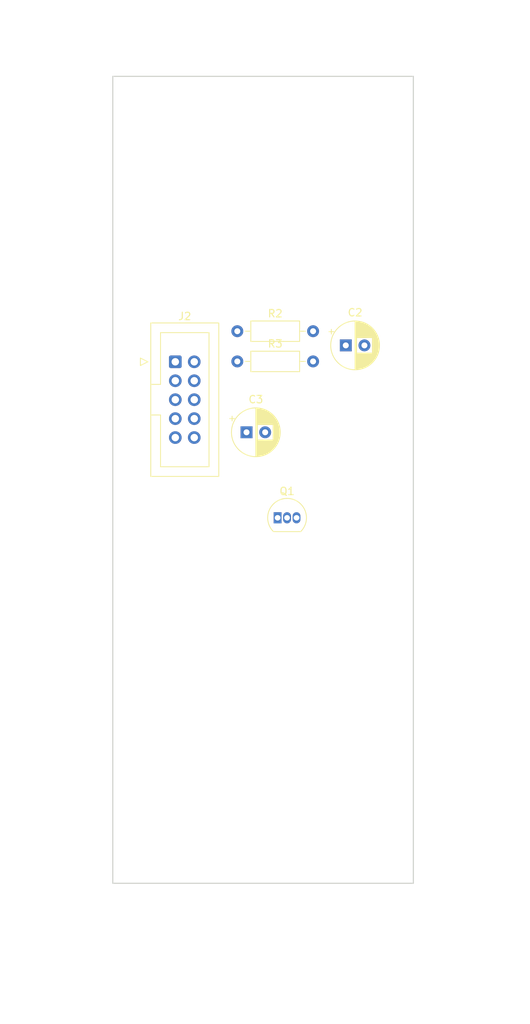
<source format=kicad_pcb>
(kicad_pcb (version 20171130) (host pcbnew 5.1.10)

  (general
    (thickness 1.6)
    (drawings 15)
    (tracks 0)
    (zones 0)
    (modules 10)
    (nets 10)
  )

  (page A4)
  (title_block
    (title "(title)")
    (comment 1 "PCB for panel")
    (comment 2 "(description)")
    (comment 4 "License CC BY 4.0 - Attribution 4.0 International")
  )

  (layers
    (0 F.Cu signal)
    (31 B.Cu signal)
    (32 B.Adhes user)
    (33 F.Adhes user)
    (34 B.Paste user)
    (35 F.Paste user)
    (36 B.SilkS user)
    (37 F.SilkS user)
    (38 B.Mask user)
    (39 F.Mask user)
    (40 Dwgs.User user)
    (41 Cmts.User user)
    (42 Eco1.User user)
    (43 Eco2.User user)
    (44 Edge.Cuts user)
    (45 Margin user)
    (46 B.CrtYd user)
    (47 F.CrtYd user)
    (48 B.Fab user)
    (49 F.Fab user)
  )

  (setup
    (last_trace_width 0.25)
    (user_trace_width 0.381)
    (user_trace_width 0.762)
    (trace_clearance 0.2)
    (zone_clearance 0.508)
    (zone_45_only no)
    (trace_min 0.2)
    (via_size 0.8)
    (via_drill 0.4)
    (via_min_size 0.4)
    (via_min_drill 0.3)
    (uvia_size 0.3)
    (uvia_drill 0.1)
    (uvias_allowed no)
    (uvia_min_size 0.2)
    (uvia_min_drill 0.1)
    (edge_width 0.05)
    (segment_width 0.2)
    (pcb_text_width 0.3)
    (pcb_text_size 1.5 1.5)
    (mod_edge_width 0.12)
    (mod_text_size 1 1)
    (mod_text_width 0.15)
    (pad_size 1.524 1.524)
    (pad_drill 0.762)
    (pad_to_mask_clearance 0)
    (aux_axis_origin 0 0)
    (visible_elements FFFFFF7F)
    (pcbplotparams
      (layerselection 0x010fc_ffffffff)
      (usegerberextensions false)
      (usegerberattributes true)
      (usegerberadvancedattributes true)
      (creategerberjobfile true)
      (excludeedgelayer true)
      (linewidth 0.100000)
      (plotframeref false)
      (viasonmask false)
      (mode 1)
      (useauxorigin false)
      (hpglpennumber 1)
      (hpglpenspeed 20)
      (hpglpendiameter 15.000000)
      (psnegative false)
      (psa4output false)
      (plotreference true)
      (plotvalue true)
      (plotinvisibletext false)
      (padsonsilk false)
      (subtractmaskfromsilk false)
      (outputformat 1)
      (mirror false)
      (drillshape 1)
      (scaleselection 1)
      (outputdirectory ""))
  )

  (net 0 "")
  (net 1 GND)
  (net 2 +15V)
  (net 3 -15V)
  (net 4 +5V)
  (net 5 VP)
  (net 6 VN)
  (net 7 "Net-(Q1-Pad1)")
  (net 8 "Net-(Q1-Pad3)")
  (net 9 "Net-(Q1-Pad2)")

  (net_class Default "This is the default net class."
    (clearance 0.2)
    (trace_width 0.25)
    (via_dia 0.8)
    (via_drill 0.4)
    (uvia_dia 0.3)
    (uvia_drill 0.1)
    (add_net +15V)
    (add_net +5V)
    (add_net -15V)
    (add_net GND)
    (add_net "Net-(Q1-Pad1)")
    (add_net "Net-(Q1-Pad2)")
    (add_net "Net-(Q1-Pad3)")
    (add_net VN)
    (add_net VP)
  )

  (module Package_TO_SOT_THT:TO-92_Inline (layer F.Cu) (tedit 5A1DD157) (tstamp 61596247)
    (at 72.898 109.982)
    (descr "TO-92 leads in-line, narrow, oval pads, drill 0.75mm (see NXP sot054_po.pdf)")
    (tags "to-92 sc-43 sc-43a sot54 PA33 transistor")
    (path /615DF0DA)
    (fp_text reference Q1 (at 1.27 -3.56) (layer F.SilkS)
      (effects (font (size 1 1) (thickness 0.15)))
    )
    (fp_text value 2N3906 (at 1.27 2.79) (layer F.Fab)
      (effects (font (size 1 1) (thickness 0.15)))
    )
    (fp_arc (start 1.27 0) (end 1.27 -2.6) (angle 135) (layer F.SilkS) (width 0.12))
    (fp_arc (start 1.27 0) (end 1.27 -2.48) (angle -135) (layer F.Fab) (width 0.1))
    (fp_arc (start 1.27 0) (end 1.27 -2.6) (angle -135) (layer F.SilkS) (width 0.12))
    (fp_arc (start 1.27 0) (end 1.27 -2.48) (angle 135) (layer F.Fab) (width 0.1))
    (fp_text user %R (at 1.27 0) (layer F.Fab)
      (effects (font (size 1 1) (thickness 0.15)))
    )
    (fp_line (start -0.53 1.85) (end 3.07 1.85) (layer F.SilkS) (width 0.12))
    (fp_line (start -0.5 1.75) (end 3 1.75) (layer F.Fab) (width 0.1))
    (fp_line (start -1.46 -2.73) (end 4 -2.73) (layer F.CrtYd) (width 0.05))
    (fp_line (start -1.46 -2.73) (end -1.46 2.01) (layer F.CrtYd) (width 0.05))
    (fp_line (start 4 2.01) (end 4 -2.73) (layer F.CrtYd) (width 0.05))
    (fp_line (start 4 2.01) (end -1.46 2.01) (layer F.CrtYd) (width 0.05))
    (pad 1 thru_hole rect (at 0 0) (size 1.05 1.5) (drill 0.75) (layers *.Cu *.Mask)
      (net 7 "Net-(Q1-Pad1)"))
    (pad 3 thru_hole oval (at 2.54 0) (size 1.05 1.5) (drill 0.75) (layers *.Cu *.Mask)
      (net 8 "Net-(Q1-Pad3)"))
    (pad 2 thru_hole oval (at 1.27 0) (size 1.05 1.5) (drill 0.75) (layers *.Cu *.Mask)
      (net 9 "Net-(Q1-Pad2)"))
    (model ${KISYS3DMOD}/Package_TO_SOT_THT.3dshapes/TO-92_Inline.wrl
      (at (xyz 0 0 0))
      (scale (xyz 1 1 1))
      (rotate (xyz 0 0 0))
    )
  )

  (module Resistor_THT:R_Axial_DIN0207_L6.3mm_D2.5mm_P10.16mm_Horizontal (layer F.Cu) (tedit 5AE5139B) (tstamp 61278ECC)
    (at 67.496759 89.018)
    (descr "Resistor, Axial_DIN0207 series, Axial, Horizontal, pin pitch=10.16mm, 0.25W = 1/4W, length*diameter=6.3*2.5mm^2, http://cdn-reichelt.de/documents/datenblatt/B400/1_4W%23YAG.pdf")
    (tags "Resistor Axial_DIN0207 series Axial Horizontal pin pitch 10.16mm 0.25W = 1/4W length 6.3mm diameter 2.5mm")
    (path /5FC69BB1)
    (fp_text reference R3 (at 5.08 -2.37) (layer F.SilkS)
      (effects (font (size 1 1) (thickness 0.15)))
    )
    (fp_text value 10 (at 5.08 2.37) (layer F.Fab)
      (effects (font (size 1 1) (thickness 0.15)))
    )
    (fp_line (start 11.21 -1.5) (end -1.05 -1.5) (layer F.CrtYd) (width 0.05))
    (fp_line (start 11.21 1.5) (end 11.21 -1.5) (layer F.CrtYd) (width 0.05))
    (fp_line (start -1.05 1.5) (end 11.21 1.5) (layer F.CrtYd) (width 0.05))
    (fp_line (start -1.05 -1.5) (end -1.05 1.5) (layer F.CrtYd) (width 0.05))
    (fp_line (start 9.12 0) (end 8.35 0) (layer F.SilkS) (width 0.12))
    (fp_line (start 1.04 0) (end 1.81 0) (layer F.SilkS) (width 0.12))
    (fp_line (start 8.35 -1.37) (end 1.81 -1.37) (layer F.SilkS) (width 0.12))
    (fp_line (start 8.35 1.37) (end 8.35 -1.37) (layer F.SilkS) (width 0.12))
    (fp_line (start 1.81 1.37) (end 8.35 1.37) (layer F.SilkS) (width 0.12))
    (fp_line (start 1.81 -1.37) (end 1.81 1.37) (layer F.SilkS) (width 0.12))
    (fp_line (start 10.16 0) (end 8.23 0) (layer F.Fab) (width 0.1))
    (fp_line (start 0 0) (end 1.93 0) (layer F.Fab) (width 0.1))
    (fp_line (start 8.23 -1.25) (end 1.93 -1.25) (layer F.Fab) (width 0.1))
    (fp_line (start 8.23 1.25) (end 8.23 -1.25) (layer F.Fab) (width 0.1))
    (fp_line (start 1.93 1.25) (end 8.23 1.25) (layer F.Fab) (width 0.1))
    (fp_line (start 1.93 -1.25) (end 1.93 1.25) (layer F.Fab) (width 0.1))
    (fp_text user %R (at 5.08 0) (layer F.Fab)
      (effects (font (size 1 1) (thickness 0.15)))
    )
    (pad 2 thru_hole oval (at 10.16 0) (size 1.6 1.6) (drill 0.8) (layers *.Cu *.Mask)
      (net 6 VN))
    (pad 1 thru_hole circle (at 0 0) (size 1.6 1.6) (drill 0.8) (layers *.Cu *.Mask)
      (net 3 -15V))
    (model ${KISYS3DMOD}/Resistor_THT.3dshapes/R_Axial_DIN0207_L6.3mm_D2.5mm_P10.16mm_Horizontal.wrl
      (at (xyz 0 0 0))
      (scale (xyz 1 1 1))
      (rotate (xyz 0 0 0))
    )
  )

  (module Resistor_THT:R_Axial_DIN0207_L6.3mm_D2.5mm_P10.16mm_Horizontal (layer F.Cu) (tedit 5AE5139B) (tstamp 61278EB5)
    (at 67.496759 84.968)
    (descr "Resistor, Axial_DIN0207 series, Axial, Horizontal, pin pitch=10.16mm, 0.25W = 1/4W, length*diameter=6.3*2.5mm^2, http://cdn-reichelt.de/documents/datenblatt/B400/1_4W%23YAG.pdf")
    (tags "Resistor Axial_DIN0207 series Axial Horizontal pin pitch 10.16mm 0.25W = 1/4W length 6.3mm diameter 2.5mm")
    (path /5FB443E6)
    (fp_text reference R2 (at 5.08 -2.37) (layer F.SilkS)
      (effects (font (size 1 1) (thickness 0.15)))
    )
    (fp_text value 10 (at 5.08 2.37) (layer F.Fab)
      (effects (font (size 1 1) (thickness 0.15)))
    )
    (fp_line (start 11.21 -1.5) (end -1.05 -1.5) (layer F.CrtYd) (width 0.05))
    (fp_line (start 11.21 1.5) (end 11.21 -1.5) (layer F.CrtYd) (width 0.05))
    (fp_line (start -1.05 1.5) (end 11.21 1.5) (layer F.CrtYd) (width 0.05))
    (fp_line (start -1.05 -1.5) (end -1.05 1.5) (layer F.CrtYd) (width 0.05))
    (fp_line (start 9.12 0) (end 8.35 0) (layer F.SilkS) (width 0.12))
    (fp_line (start 1.04 0) (end 1.81 0) (layer F.SilkS) (width 0.12))
    (fp_line (start 8.35 -1.37) (end 1.81 -1.37) (layer F.SilkS) (width 0.12))
    (fp_line (start 8.35 1.37) (end 8.35 -1.37) (layer F.SilkS) (width 0.12))
    (fp_line (start 1.81 1.37) (end 8.35 1.37) (layer F.SilkS) (width 0.12))
    (fp_line (start 1.81 -1.37) (end 1.81 1.37) (layer F.SilkS) (width 0.12))
    (fp_line (start 10.16 0) (end 8.23 0) (layer F.Fab) (width 0.1))
    (fp_line (start 0 0) (end 1.93 0) (layer F.Fab) (width 0.1))
    (fp_line (start 8.23 -1.25) (end 1.93 -1.25) (layer F.Fab) (width 0.1))
    (fp_line (start 8.23 1.25) (end 8.23 -1.25) (layer F.Fab) (width 0.1))
    (fp_line (start 1.93 1.25) (end 8.23 1.25) (layer F.Fab) (width 0.1))
    (fp_line (start 1.93 -1.25) (end 1.93 1.25) (layer F.Fab) (width 0.1))
    (fp_text user %R (at 5.08 0) (layer F.Fab)
      (effects (font (size 1 1) (thickness 0.15)))
    )
    (pad 2 thru_hole oval (at 10.16 0) (size 1.6 1.6) (drill 0.8) (layers *.Cu *.Mask)
      (net 5 VP))
    (pad 1 thru_hole circle (at 0 0) (size 1.6 1.6) (drill 0.8) (layers *.Cu *.Mask)
      (net 2 +15V))
    (model ${KISYS3DMOD}/Resistor_THT.3dshapes/R_Axial_DIN0207_L6.3mm_D2.5mm_P10.16mm_Horizontal.wrl
      (at (xyz 0 0 0))
      (scale (xyz 1 1 1))
      (rotate (xyz 0 0 0))
    )
  )

  (module Connector_IDC:IDC-Header_2x05_P2.54mm_Vertical (layer F.Cu) (tedit 5EAC9A07) (tstamp 61278E9E)
    (at 59.181759 89.068)
    (descr "Through hole IDC box header, 2x05, 2.54mm pitch, DIN 41651 / IEC 60603-13, double rows, https://docs.google.com/spreadsheets/d/16SsEcesNF15N3Lb4niX7dcUr-NY5_MFPQhobNuNppn4/edit#gid=0")
    (tags "Through hole vertical IDC box header THT 2x05 2.54mm double row")
    (path /5FCD165C)
    (fp_text reference J2 (at 1.27 -6.1) (layer F.SilkS)
      (effects (font (size 1 1) (thickness 0.15)))
    )
    (fp_text value "IDC Header" (at 1.27 16.26) (layer F.Fab)
      (effects (font (size 1 1) (thickness 0.15)))
    )
    (fp_line (start 6.22 -5.6) (end -3.68 -5.6) (layer F.CrtYd) (width 0.05))
    (fp_line (start 6.22 15.76) (end 6.22 -5.6) (layer F.CrtYd) (width 0.05))
    (fp_line (start -3.68 15.76) (end 6.22 15.76) (layer F.CrtYd) (width 0.05))
    (fp_line (start -3.68 -5.6) (end -3.68 15.76) (layer F.CrtYd) (width 0.05))
    (fp_line (start -4.68 0.5) (end -3.68 0) (layer F.SilkS) (width 0.12))
    (fp_line (start -4.68 -0.5) (end -4.68 0.5) (layer F.SilkS) (width 0.12))
    (fp_line (start -3.68 0) (end -4.68 -0.5) (layer F.SilkS) (width 0.12))
    (fp_line (start -1.98 7.13) (end -3.29 7.13) (layer F.SilkS) (width 0.12))
    (fp_line (start -1.98 7.13) (end -1.98 7.13) (layer F.SilkS) (width 0.12))
    (fp_line (start -1.98 14.07) (end -1.98 7.13) (layer F.SilkS) (width 0.12))
    (fp_line (start 4.52 14.07) (end -1.98 14.07) (layer F.SilkS) (width 0.12))
    (fp_line (start 4.52 -3.91) (end 4.52 14.07) (layer F.SilkS) (width 0.12))
    (fp_line (start -1.98 -3.91) (end 4.52 -3.91) (layer F.SilkS) (width 0.12))
    (fp_line (start -1.98 3.03) (end -1.98 -3.91) (layer F.SilkS) (width 0.12))
    (fp_line (start -3.29 3.03) (end -1.98 3.03) (layer F.SilkS) (width 0.12))
    (fp_line (start -3.29 15.37) (end -3.29 -5.21) (layer F.SilkS) (width 0.12))
    (fp_line (start 5.83 15.37) (end -3.29 15.37) (layer F.SilkS) (width 0.12))
    (fp_line (start 5.83 -5.21) (end 5.83 15.37) (layer F.SilkS) (width 0.12))
    (fp_line (start -3.29 -5.21) (end 5.83 -5.21) (layer F.SilkS) (width 0.12))
    (fp_line (start -1.98 7.13) (end -3.18 7.13) (layer F.Fab) (width 0.1))
    (fp_line (start -1.98 7.13) (end -1.98 7.13) (layer F.Fab) (width 0.1))
    (fp_line (start -1.98 14.07) (end -1.98 7.13) (layer F.Fab) (width 0.1))
    (fp_line (start 4.52 14.07) (end -1.98 14.07) (layer F.Fab) (width 0.1))
    (fp_line (start 4.52 -3.91) (end 4.52 14.07) (layer F.Fab) (width 0.1))
    (fp_line (start -1.98 -3.91) (end 4.52 -3.91) (layer F.Fab) (width 0.1))
    (fp_line (start -1.98 3.03) (end -1.98 -3.91) (layer F.Fab) (width 0.1))
    (fp_line (start -3.18 3.03) (end -1.98 3.03) (layer F.Fab) (width 0.1))
    (fp_line (start -3.18 15.26) (end -3.18 -4.1) (layer F.Fab) (width 0.1))
    (fp_line (start 5.72 15.26) (end -3.18 15.26) (layer F.Fab) (width 0.1))
    (fp_line (start 5.72 -5.1) (end 5.72 15.26) (layer F.Fab) (width 0.1))
    (fp_line (start -2.18 -5.1) (end 5.72 -5.1) (layer F.Fab) (width 0.1))
    (fp_line (start -3.18 -4.1) (end -2.18 -5.1) (layer F.Fab) (width 0.1))
    (fp_text user %R (at 1.27 5.08 90) (layer F.Fab)
      (effects (font (size 1 1) (thickness 0.15)))
    )
    (pad 10 thru_hole circle (at 2.54 10.16) (size 1.7 1.7) (drill 1) (layers *.Cu *.Mask)
      (net 4 +5V))
    (pad 8 thru_hole circle (at 2.54 7.62) (size 1.7 1.7) (drill 1) (layers *.Cu *.Mask)
      (net 1 GND))
    (pad 6 thru_hole circle (at 2.54 5.08) (size 1.7 1.7) (drill 1) (layers *.Cu *.Mask)
      (net 1 GND))
    (pad 4 thru_hole circle (at 2.54 2.54) (size 1.7 1.7) (drill 1) (layers *.Cu *.Mask)
      (net 5 VP))
    (pad 2 thru_hole circle (at 2.54 0) (size 1.7 1.7) (drill 1) (layers *.Cu *.Mask)
      (net 6 VN))
    (pad 9 thru_hole circle (at 0 10.16) (size 1.7 1.7) (drill 1) (layers *.Cu *.Mask)
      (net 4 +5V))
    (pad 7 thru_hole circle (at 0 7.62) (size 1.7 1.7) (drill 1) (layers *.Cu *.Mask)
      (net 1 GND))
    (pad 5 thru_hole circle (at 0 5.08) (size 1.7 1.7) (drill 1) (layers *.Cu *.Mask)
      (net 1 GND))
    (pad 3 thru_hole circle (at 0 2.54) (size 1.7 1.7) (drill 1) (layers *.Cu *.Mask)
      (net 5 VP))
    (pad 1 thru_hole roundrect (at 0 0) (size 1.7 1.7) (drill 1) (layers *.Cu *.Mask) (roundrect_rratio 0.147059)
      (net 6 VN))
    (model ${KISYS3DMOD}/Connector_IDC.3dshapes/IDC-Header_2x05_P2.54mm_Vertical.wrl
      (at (xyz 0 0 0))
      (scale (xyz 1 1 1))
      (rotate (xyz 0 0 0))
    )
  )

  (module Capacitor_THT:CP_Radial_D6.3mm_P2.50mm (layer F.Cu) (tedit 5AE50EF0) (tstamp 61278E18)
    (at 68.732 98.518)
    (descr "CP, Radial series, Radial, pin pitch=2.50mm, , diameter=6.3mm, Electrolytic Capacitor")
    (tags "CP Radial series Radial pin pitch 2.50mm  diameter 6.3mm Electrolytic Capacitor")
    (path /5E18070C)
    (fp_text reference C3 (at 1.25 -4.4) (layer F.SilkS)
      (effects (font (size 1 1) (thickness 0.15)))
    )
    (fp_text value 22u (at 1.25 4.4) (layer F.Fab)
      (effects (font (size 1 1) (thickness 0.15)))
    )
    (fp_line (start -1.935241 -2.154) (end -1.935241 -1.524) (layer F.SilkS) (width 0.12))
    (fp_line (start -2.250241 -1.839) (end -1.620241 -1.839) (layer F.SilkS) (width 0.12))
    (fp_line (start 4.491 -0.402) (end 4.491 0.402) (layer F.SilkS) (width 0.12))
    (fp_line (start 4.451 -0.633) (end 4.451 0.633) (layer F.SilkS) (width 0.12))
    (fp_line (start 4.411 -0.802) (end 4.411 0.802) (layer F.SilkS) (width 0.12))
    (fp_line (start 4.371 -0.94) (end 4.371 0.94) (layer F.SilkS) (width 0.12))
    (fp_line (start 4.331 -1.059) (end 4.331 1.059) (layer F.SilkS) (width 0.12))
    (fp_line (start 4.291 -1.165) (end 4.291 1.165) (layer F.SilkS) (width 0.12))
    (fp_line (start 4.251 -1.262) (end 4.251 1.262) (layer F.SilkS) (width 0.12))
    (fp_line (start 4.211 -1.35) (end 4.211 1.35) (layer F.SilkS) (width 0.12))
    (fp_line (start 4.171 -1.432) (end 4.171 1.432) (layer F.SilkS) (width 0.12))
    (fp_line (start 4.131 -1.509) (end 4.131 1.509) (layer F.SilkS) (width 0.12))
    (fp_line (start 4.091 -1.581) (end 4.091 1.581) (layer F.SilkS) (width 0.12))
    (fp_line (start 4.051 -1.65) (end 4.051 1.65) (layer F.SilkS) (width 0.12))
    (fp_line (start 4.011 -1.714) (end 4.011 1.714) (layer F.SilkS) (width 0.12))
    (fp_line (start 3.971 -1.776) (end 3.971 1.776) (layer F.SilkS) (width 0.12))
    (fp_line (start 3.931 -1.834) (end 3.931 1.834) (layer F.SilkS) (width 0.12))
    (fp_line (start 3.891 -1.89) (end 3.891 1.89) (layer F.SilkS) (width 0.12))
    (fp_line (start 3.851 -1.944) (end 3.851 1.944) (layer F.SilkS) (width 0.12))
    (fp_line (start 3.811 -1.995) (end 3.811 1.995) (layer F.SilkS) (width 0.12))
    (fp_line (start 3.771 -2.044) (end 3.771 2.044) (layer F.SilkS) (width 0.12))
    (fp_line (start 3.731 -2.092) (end 3.731 2.092) (layer F.SilkS) (width 0.12))
    (fp_line (start 3.691 -2.137) (end 3.691 2.137) (layer F.SilkS) (width 0.12))
    (fp_line (start 3.651 -2.182) (end 3.651 2.182) (layer F.SilkS) (width 0.12))
    (fp_line (start 3.611 -2.224) (end 3.611 2.224) (layer F.SilkS) (width 0.12))
    (fp_line (start 3.571 -2.265) (end 3.571 2.265) (layer F.SilkS) (width 0.12))
    (fp_line (start 3.531 1.04) (end 3.531 2.305) (layer F.SilkS) (width 0.12))
    (fp_line (start 3.531 -2.305) (end 3.531 -1.04) (layer F.SilkS) (width 0.12))
    (fp_line (start 3.491 1.04) (end 3.491 2.343) (layer F.SilkS) (width 0.12))
    (fp_line (start 3.491 -2.343) (end 3.491 -1.04) (layer F.SilkS) (width 0.12))
    (fp_line (start 3.451 1.04) (end 3.451 2.38) (layer F.SilkS) (width 0.12))
    (fp_line (start 3.451 -2.38) (end 3.451 -1.04) (layer F.SilkS) (width 0.12))
    (fp_line (start 3.411 1.04) (end 3.411 2.416) (layer F.SilkS) (width 0.12))
    (fp_line (start 3.411 -2.416) (end 3.411 -1.04) (layer F.SilkS) (width 0.12))
    (fp_line (start 3.371 1.04) (end 3.371 2.45) (layer F.SilkS) (width 0.12))
    (fp_line (start 3.371 -2.45) (end 3.371 -1.04) (layer F.SilkS) (width 0.12))
    (fp_line (start 3.331 1.04) (end 3.331 2.484) (layer F.SilkS) (width 0.12))
    (fp_line (start 3.331 -2.484) (end 3.331 -1.04) (layer F.SilkS) (width 0.12))
    (fp_line (start 3.291 1.04) (end 3.291 2.516) (layer F.SilkS) (width 0.12))
    (fp_line (start 3.291 -2.516) (end 3.291 -1.04) (layer F.SilkS) (width 0.12))
    (fp_line (start 3.251 1.04) (end 3.251 2.548) (layer F.SilkS) (width 0.12))
    (fp_line (start 3.251 -2.548) (end 3.251 -1.04) (layer F.SilkS) (width 0.12))
    (fp_line (start 3.211 1.04) (end 3.211 2.578) (layer F.SilkS) (width 0.12))
    (fp_line (start 3.211 -2.578) (end 3.211 -1.04) (layer F.SilkS) (width 0.12))
    (fp_line (start 3.171 1.04) (end 3.171 2.607) (layer F.SilkS) (width 0.12))
    (fp_line (start 3.171 -2.607) (end 3.171 -1.04) (layer F.SilkS) (width 0.12))
    (fp_line (start 3.131 1.04) (end 3.131 2.636) (layer F.SilkS) (width 0.12))
    (fp_line (start 3.131 -2.636) (end 3.131 -1.04) (layer F.SilkS) (width 0.12))
    (fp_line (start 3.091 1.04) (end 3.091 2.664) (layer F.SilkS) (width 0.12))
    (fp_line (start 3.091 -2.664) (end 3.091 -1.04) (layer F.SilkS) (width 0.12))
    (fp_line (start 3.051 1.04) (end 3.051 2.69) (layer F.SilkS) (width 0.12))
    (fp_line (start 3.051 -2.69) (end 3.051 -1.04) (layer F.SilkS) (width 0.12))
    (fp_line (start 3.011 1.04) (end 3.011 2.716) (layer F.SilkS) (width 0.12))
    (fp_line (start 3.011 -2.716) (end 3.011 -1.04) (layer F.SilkS) (width 0.12))
    (fp_line (start 2.971 1.04) (end 2.971 2.742) (layer F.SilkS) (width 0.12))
    (fp_line (start 2.971 -2.742) (end 2.971 -1.04) (layer F.SilkS) (width 0.12))
    (fp_line (start 2.931 1.04) (end 2.931 2.766) (layer F.SilkS) (width 0.12))
    (fp_line (start 2.931 -2.766) (end 2.931 -1.04) (layer F.SilkS) (width 0.12))
    (fp_line (start 2.891 1.04) (end 2.891 2.79) (layer F.SilkS) (width 0.12))
    (fp_line (start 2.891 -2.79) (end 2.891 -1.04) (layer F.SilkS) (width 0.12))
    (fp_line (start 2.851 1.04) (end 2.851 2.812) (layer F.SilkS) (width 0.12))
    (fp_line (start 2.851 -2.812) (end 2.851 -1.04) (layer F.SilkS) (width 0.12))
    (fp_line (start 2.811 1.04) (end 2.811 2.834) (layer F.SilkS) (width 0.12))
    (fp_line (start 2.811 -2.834) (end 2.811 -1.04) (layer F.SilkS) (width 0.12))
    (fp_line (start 2.771 1.04) (end 2.771 2.856) (layer F.SilkS) (width 0.12))
    (fp_line (start 2.771 -2.856) (end 2.771 -1.04) (layer F.SilkS) (width 0.12))
    (fp_line (start 2.731 1.04) (end 2.731 2.876) (layer F.SilkS) (width 0.12))
    (fp_line (start 2.731 -2.876) (end 2.731 -1.04) (layer F.SilkS) (width 0.12))
    (fp_line (start 2.691 1.04) (end 2.691 2.896) (layer F.SilkS) (width 0.12))
    (fp_line (start 2.691 -2.896) (end 2.691 -1.04) (layer F.SilkS) (width 0.12))
    (fp_line (start 2.651 1.04) (end 2.651 2.916) (layer F.SilkS) (width 0.12))
    (fp_line (start 2.651 -2.916) (end 2.651 -1.04) (layer F.SilkS) (width 0.12))
    (fp_line (start 2.611 1.04) (end 2.611 2.934) (layer F.SilkS) (width 0.12))
    (fp_line (start 2.611 -2.934) (end 2.611 -1.04) (layer F.SilkS) (width 0.12))
    (fp_line (start 2.571 1.04) (end 2.571 2.952) (layer F.SilkS) (width 0.12))
    (fp_line (start 2.571 -2.952) (end 2.571 -1.04) (layer F.SilkS) (width 0.12))
    (fp_line (start 2.531 1.04) (end 2.531 2.97) (layer F.SilkS) (width 0.12))
    (fp_line (start 2.531 -2.97) (end 2.531 -1.04) (layer F.SilkS) (width 0.12))
    (fp_line (start 2.491 1.04) (end 2.491 2.986) (layer F.SilkS) (width 0.12))
    (fp_line (start 2.491 -2.986) (end 2.491 -1.04) (layer F.SilkS) (width 0.12))
    (fp_line (start 2.451 1.04) (end 2.451 3.002) (layer F.SilkS) (width 0.12))
    (fp_line (start 2.451 -3.002) (end 2.451 -1.04) (layer F.SilkS) (width 0.12))
    (fp_line (start 2.411 1.04) (end 2.411 3.018) (layer F.SilkS) (width 0.12))
    (fp_line (start 2.411 -3.018) (end 2.411 -1.04) (layer F.SilkS) (width 0.12))
    (fp_line (start 2.371 1.04) (end 2.371 3.033) (layer F.SilkS) (width 0.12))
    (fp_line (start 2.371 -3.033) (end 2.371 -1.04) (layer F.SilkS) (width 0.12))
    (fp_line (start 2.331 1.04) (end 2.331 3.047) (layer F.SilkS) (width 0.12))
    (fp_line (start 2.331 -3.047) (end 2.331 -1.04) (layer F.SilkS) (width 0.12))
    (fp_line (start 2.291 1.04) (end 2.291 3.061) (layer F.SilkS) (width 0.12))
    (fp_line (start 2.291 -3.061) (end 2.291 -1.04) (layer F.SilkS) (width 0.12))
    (fp_line (start 2.251 1.04) (end 2.251 3.074) (layer F.SilkS) (width 0.12))
    (fp_line (start 2.251 -3.074) (end 2.251 -1.04) (layer F.SilkS) (width 0.12))
    (fp_line (start 2.211 1.04) (end 2.211 3.086) (layer F.SilkS) (width 0.12))
    (fp_line (start 2.211 -3.086) (end 2.211 -1.04) (layer F.SilkS) (width 0.12))
    (fp_line (start 2.171 1.04) (end 2.171 3.098) (layer F.SilkS) (width 0.12))
    (fp_line (start 2.171 -3.098) (end 2.171 -1.04) (layer F.SilkS) (width 0.12))
    (fp_line (start 2.131 1.04) (end 2.131 3.11) (layer F.SilkS) (width 0.12))
    (fp_line (start 2.131 -3.11) (end 2.131 -1.04) (layer F.SilkS) (width 0.12))
    (fp_line (start 2.091 1.04) (end 2.091 3.121) (layer F.SilkS) (width 0.12))
    (fp_line (start 2.091 -3.121) (end 2.091 -1.04) (layer F.SilkS) (width 0.12))
    (fp_line (start 2.051 1.04) (end 2.051 3.131) (layer F.SilkS) (width 0.12))
    (fp_line (start 2.051 -3.131) (end 2.051 -1.04) (layer F.SilkS) (width 0.12))
    (fp_line (start 2.011 1.04) (end 2.011 3.141) (layer F.SilkS) (width 0.12))
    (fp_line (start 2.011 -3.141) (end 2.011 -1.04) (layer F.SilkS) (width 0.12))
    (fp_line (start 1.971 1.04) (end 1.971 3.15) (layer F.SilkS) (width 0.12))
    (fp_line (start 1.971 -3.15) (end 1.971 -1.04) (layer F.SilkS) (width 0.12))
    (fp_line (start 1.93 1.04) (end 1.93 3.159) (layer F.SilkS) (width 0.12))
    (fp_line (start 1.93 -3.159) (end 1.93 -1.04) (layer F.SilkS) (width 0.12))
    (fp_line (start 1.89 1.04) (end 1.89 3.167) (layer F.SilkS) (width 0.12))
    (fp_line (start 1.89 -3.167) (end 1.89 -1.04) (layer F.SilkS) (width 0.12))
    (fp_line (start 1.85 1.04) (end 1.85 3.175) (layer F.SilkS) (width 0.12))
    (fp_line (start 1.85 -3.175) (end 1.85 -1.04) (layer F.SilkS) (width 0.12))
    (fp_line (start 1.81 1.04) (end 1.81 3.182) (layer F.SilkS) (width 0.12))
    (fp_line (start 1.81 -3.182) (end 1.81 -1.04) (layer F.SilkS) (width 0.12))
    (fp_line (start 1.77 1.04) (end 1.77 3.189) (layer F.SilkS) (width 0.12))
    (fp_line (start 1.77 -3.189) (end 1.77 -1.04) (layer F.SilkS) (width 0.12))
    (fp_line (start 1.73 1.04) (end 1.73 3.195) (layer F.SilkS) (width 0.12))
    (fp_line (start 1.73 -3.195) (end 1.73 -1.04) (layer F.SilkS) (width 0.12))
    (fp_line (start 1.69 1.04) (end 1.69 3.201) (layer F.SilkS) (width 0.12))
    (fp_line (start 1.69 -3.201) (end 1.69 -1.04) (layer F.SilkS) (width 0.12))
    (fp_line (start 1.65 1.04) (end 1.65 3.206) (layer F.SilkS) (width 0.12))
    (fp_line (start 1.65 -3.206) (end 1.65 -1.04) (layer F.SilkS) (width 0.12))
    (fp_line (start 1.61 1.04) (end 1.61 3.211) (layer F.SilkS) (width 0.12))
    (fp_line (start 1.61 -3.211) (end 1.61 -1.04) (layer F.SilkS) (width 0.12))
    (fp_line (start 1.57 1.04) (end 1.57 3.215) (layer F.SilkS) (width 0.12))
    (fp_line (start 1.57 -3.215) (end 1.57 -1.04) (layer F.SilkS) (width 0.12))
    (fp_line (start 1.53 1.04) (end 1.53 3.218) (layer F.SilkS) (width 0.12))
    (fp_line (start 1.53 -3.218) (end 1.53 -1.04) (layer F.SilkS) (width 0.12))
    (fp_line (start 1.49 1.04) (end 1.49 3.222) (layer F.SilkS) (width 0.12))
    (fp_line (start 1.49 -3.222) (end 1.49 -1.04) (layer F.SilkS) (width 0.12))
    (fp_line (start 1.45 -3.224) (end 1.45 3.224) (layer F.SilkS) (width 0.12))
    (fp_line (start 1.41 -3.227) (end 1.41 3.227) (layer F.SilkS) (width 0.12))
    (fp_line (start 1.37 -3.228) (end 1.37 3.228) (layer F.SilkS) (width 0.12))
    (fp_line (start 1.33 -3.23) (end 1.33 3.23) (layer F.SilkS) (width 0.12))
    (fp_line (start 1.29 -3.23) (end 1.29 3.23) (layer F.SilkS) (width 0.12))
    (fp_line (start 1.25 -3.23) (end 1.25 3.23) (layer F.SilkS) (width 0.12))
    (fp_line (start -1.128972 -1.6885) (end -1.128972 -1.0585) (layer F.Fab) (width 0.1))
    (fp_line (start -1.443972 -1.3735) (end -0.813972 -1.3735) (layer F.Fab) (width 0.1))
    (fp_circle (center 1.25 0) (end 4.65 0) (layer F.CrtYd) (width 0.05))
    (fp_circle (center 1.25 0) (end 4.52 0) (layer F.SilkS) (width 0.12))
    (fp_circle (center 1.25 0) (end 4.4 0) (layer F.Fab) (width 0.1))
    (fp_text user %R (at 1.25 0) (layer F.Fab)
      (effects (font (size 1 1) (thickness 0.15)))
    )
    (pad 2 thru_hole circle (at 2.5 0) (size 1.6 1.6) (drill 0.8) (layers *.Cu *.Mask)
      (net 3 -15V))
    (pad 1 thru_hole rect (at 0 0) (size 1.6 1.6) (drill 0.8) (layers *.Cu *.Mask)
      (net 1 GND))
    (model ${KISYS3DMOD}/Capacitor_THT.3dshapes/CP_Radial_D6.3mm_P2.50mm.wrl
      (at (xyz 0 0 0))
      (scale (xyz 1 1 1))
      (rotate (xyz 0 0 0))
    )
  )

  (module Capacitor_THT:CP_Radial_D6.3mm_P2.50mm (layer F.Cu) (tedit 5AE50EF0) (tstamp 61278D84)
    (at 82.042 86.868)
    (descr "CP, Radial series, Radial, pin pitch=2.50mm, , diameter=6.3mm, Electrolytic Capacitor")
    (tags "CP Radial series Radial pin pitch 2.50mm  diameter 6.3mm Electrolytic Capacitor")
    (path /5E180738)
    (fp_text reference C2 (at 1.25 -4.4) (layer F.SilkS)
      (effects (font (size 1 1) (thickness 0.15)))
    )
    (fp_text value 22u (at 1.25 4.4) (layer F.Fab)
      (effects (font (size 1 1) (thickness 0.15)))
    )
    (fp_line (start -1.935241 -2.154) (end -1.935241 -1.524) (layer F.SilkS) (width 0.12))
    (fp_line (start -2.250241 -1.839) (end -1.620241 -1.839) (layer F.SilkS) (width 0.12))
    (fp_line (start 4.491 -0.402) (end 4.491 0.402) (layer F.SilkS) (width 0.12))
    (fp_line (start 4.451 -0.633) (end 4.451 0.633) (layer F.SilkS) (width 0.12))
    (fp_line (start 4.411 -0.802) (end 4.411 0.802) (layer F.SilkS) (width 0.12))
    (fp_line (start 4.371 -0.94) (end 4.371 0.94) (layer F.SilkS) (width 0.12))
    (fp_line (start 4.331 -1.059) (end 4.331 1.059) (layer F.SilkS) (width 0.12))
    (fp_line (start 4.291 -1.165) (end 4.291 1.165) (layer F.SilkS) (width 0.12))
    (fp_line (start 4.251 -1.262) (end 4.251 1.262) (layer F.SilkS) (width 0.12))
    (fp_line (start 4.211 -1.35) (end 4.211 1.35) (layer F.SilkS) (width 0.12))
    (fp_line (start 4.171 -1.432) (end 4.171 1.432) (layer F.SilkS) (width 0.12))
    (fp_line (start 4.131 -1.509) (end 4.131 1.509) (layer F.SilkS) (width 0.12))
    (fp_line (start 4.091 -1.581) (end 4.091 1.581) (layer F.SilkS) (width 0.12))
    (fp_line (start 4.051 -1.65) (end 4.051 1.65) (layer F.SilkS) (width 0.12))
    (fp_line (start 4.011 -1.714) (end 4.011 1.714) (layer F.SilkS) (width 0.12))
    (fp_line (start 3.971 -1.776) (end 3.971 1.776) (layer F.SilkS) (width 0.12))
    (fp_line (start 3.931 -1.834) (end 3.931 1.834) (layer F.SilkS) (width 0.12))
    (fp_line (start 3.891 -1.89) (end 3.891 1.89) (layer F.SilkS) (width 0.12))
    (fp_line (start 3.851 -1.944) (end 3.851 1.944) (layer F.SilkS) (width 0.12))
    (fp_line (start 3.811 -1.995) (end 3.811 1.995) (layer F.SilkS) (width 0.12))
    (fp_line (start 3.771 -2.044) (end 3.771 2.044) (layer F.SilkS) (width 0.12))
    (fp_line (start 3.731 -2.092) (end 3.731 2.092) (layer F.SilkS) (width 0.12))
    (fp_line (start 3.691 -2.137) (end 3.691 2.137) (layer F.SilkS) (width 0.12))
    (fp_line (start 3.651 -2.182) (end 3.651 2.182) (layer F.SilkS) (width 0.12))
    (fp_line (start 3.611 -2.224) (end 3.611 2.224) (layer F.SilkS) (width 0.12))
    (fp_line (start 3.571 -2.265) (end 3.571 2.265) (layer F.SilkS) (width 0.12))
    (fp_line (start 3.531 1.04) (end 3.531 2.305) (layer F.SilkS) (width 0.12))
    (fp_line (start 3.531 -2.305) (end 3.531 -1.04) (layer F.SilkS) (width 0.12))
    (fp_line (start 3.491 1.04) (end 3.491 2.343) (layer F.SilkS) (width 0.12))
    (fp_line (start 3.491 -2.343) (end 3.491 -1.04) (layer F.SilkS) (width 0.12))
    (fp_line (start 3.451 1.04) (end 3.451 2.38) (layer F.SilkS) (width 0.12))
    (fp_line (start 3.451 -2.38) (end 3.451 -1.04) (layer F.SilkS) (width 0.12))
    (fp_line (start 3.411 1.04) (end 3.411 2.416) (layer F.SilkS) (width 0.12))
    (fp_line (start 3.411 -2.416) (end 3.411 -1.04) (layer F.SilkS) (width 0.12))
    (fp_line (start 3.371 1.04) (end 3.371 2.45) (layer F.SilkS) (width 0.12))
    (fp_line (start 3.371 -2.45) (end 3.371 -1.04) (layer F.SilkS) (width 0.12))
    (fp_line (start 3.331 1.04) (end 3.331 2.484) (layer F.SilkS) (width 0.12))
    (fp_line (start 3.331 -2.484) (end 3.331 -1.04) (layer F.SilkS) (width 0.12))
    (fp_line (start 3.291 1.04) (end 3.291 2.516) (layer F.SilkS) (width 0.12))
    (fp_line (start 3.291 -2.516) (end 3.291 -1.04) (layer F.SilkS) (width 0.12))
    (fp_line (start 3.251 1.04) (end 3.251 2.548) (layer F.SilkS) (width 0.12))
    (fp_line (start 3.251 -2.548) (end 3.251 -1.04) (layer F.SilkS) (width 0.12))
    (fp_line (start 3.211 1.04) (end 3.211 2.578) (layer F.SilkS) (width 0.12))
    (fp_line (start 3.211 -2.578) (end 3.211 -1.04) (layer F.SilkS) (width 0.12))
    (fp_line (start 3.171 1.04) (end 3.171 2.607) (layer F.SilkS) (width 0.12))
    (fp_line (start 3.171 -2.607) (end 3.171 -1.04) (layer F.SilkS) (width 0.12))
    (fp_line (start 3.131 1.04) (end 3.131 2.636) (layer F.SilkS) (width 0.12))
    (fp_line (start 3.131 -2.636) (end 3.131 -1.04) (layer F.SilkS) (width 0.12))
    (fp_line (start 3.091 1.04) (end 3.091 2.664) (layer F.SilkS) (width 0.12))
    (fp_line (start 3.091 -2.664) (end 3.091 -1.04) (layer F.SilkS) (width 0.12))
    (fp_line (start 3.051 1.04) (end 3.051 2.69) (layer F.SilkS) (width 0.12))
    (fp_line (start 3.051 -2.69) (end 3.051 -1.04) (layer F.SilkS) (width 0.12))
    (fp_line (start 3.011 1.04) (end 3.011 2.716) (layer F.SilkS) (width 0.12))
    (fp_line (start 3.011 -2.716) (end 3.011 -1.04) (layer F.SilkS) (width 0.12))
    (fp_line (start 2.971 1.04) (end 2.971 2.742) (layer F.SilkS) (width 0.12))
    (fp_line (start 2.971 -2.742) (end 2.971 -1.04) (layer F.SilkS) (width 0.12))
    (fp_line (start 2.931 1.04) (end 2.931 2.766) (layer F.SilkS) (width 0.12))
    (fp_line (start 2.931 -2.766) (end 2.931 -1.04) (layer F.SilkS) (width 0.12))
    (fp_line (start 2.891 1.04) (end 2.891 2.79) (layer F.SilkS) (width 0.12))
    (fp_line (start 2.891 -2.79) (end 2.891 -1.04) (layer F.SilkS) (width 0.12))
    (fp_line (start 2.851 1.04) (end 2.851 2.812) (layer F.SilkS) (width 0.12))
    (fp_line (start 2.851 -2.812) (end 2.851 -1.04) (layer F.SilkS) (width 0.12))
    (fp_line (start 2.811 1.04) (end 2.811 2.834) (layer F.SilkS) (width 0.12))
    (fp_line (start 2.811 -2.834) (end 2.811 -1.04) (layer F.SilkS) (width 0.12))
    (fp_line (start 2.771 1.04) (end 2.771 2.856) (layer F.SilkS) (width 0.12))
    (fp_line (start 2.771 -2.856) (end 2.771 -1.04) (layer F.SilkS) (width 0.12))
    (fp_line (start 2.731 1.04) (end 2.731 2.876) (layer F.SilkS) (width 0.12))
    (fp_line (start 2.731 -2.876) (end 2.731 -1.04) (layer F.SilkS) (width 0.12))
    (fp_line (start 2.691 1.04) (end 2.691 2.896) (layer F.SilkS) (width 0.12))
    (fp_line (start 2.691 -2.896) (end 2.691 -1.04) (layer F.SilkS) (width 0.12))
    (fp_line (start 2.651 1.04) (end 2.651 2.916) (layer F.SilkS) (width 0.12))
    (fp_line (start 2.651 -2.916) (end 2.651 -1.04) (layer F.SilkS) (width 0.12))
    (fp_line (start 2.611 1.04) (end 2.611 2.934) (layer F.SilkS) (width 0.12))
    (fp_line (start 2.611 -2.934) (end 2.611 -1.04) (layer F.SilkS) (width 0.12))
    (fp_line (start 2.571 1.04) (end 2.571 2.952) (layer F.SilkS) (width 0.12))
    (fp_line (start 2.571 -2.952) (end 2.571 -1.04) (layer F.SilkS) (width 0.12))
    (fp_line (start 2.531 1.04) (end 2.531 2.97) (layer F.SilkS) (width 0.12))
    (fp_line (start 2.531 -2.97) (end 2.531 -1.04) (layer F.SilkS) (width 0.12))
    (fp_line (start 2.491 1.04) (end 2.491 2.986) (layer F.SilkS) (width 0.12))
    (fp_line (start 2.491 -2.986) (end 2.491 -1.04) (layer F.SilkS) (width 0.12))
    (fp_line (start 2.451 1.04) (end 2.451 3.002) (layer F.SilkS) (width 0.12))
    (fp_line (start 2.451 -3.002) (end 2.451 -1.04) (layer F.SilkS) (width 0.12))
    (fp_line (start 2.411 1.04) (end 2.411 3.018) (layer F.SilkS) (width 0.12))
    (fp_line (start 2.411 -3.018) (end 2.411 -1.04) (layer F.SilkS) (width 0.12))
    (fp_line (start 2.371 1.04) (end 2.371 3.033) (layer F.SilkS) (width 0.12))
    (fp_line (start 2.371 -3.033) (end 2.371 -1.04) (layer F.SilkS) (width 0.12))
    (fp_line (start 2.331 1.04) (end 2.331 3.047) (layer F.SilkS) (width 0.12))
    (fp_line (start 2.331 -3.047) (end 2.331 -1.04) (layer F.SilkS) (width 0.12))
    (fp_line (start 2.291 1.04) (end 2.291 3.061) (layer F.SilkS) (width 0.12))
    (fp_line (start 2.291 -3.061) (end 2.291 -1.04) (layer F.SilkS) (width 0.12))
    (fp_line (start 2.251 1.04) (end 2.251 3.074) (layer F.SilkS) (width 0.12))
    (fp_line (start 2.251 -3.074) (end 2.251 -1.04) (layer F.SilkS) (width 0.12))
    (fp_line (start 2.211 1.04) (end 2.211 3.086) (layer F.SilkS) (width 0.12))
    (fp_line (start 2.211 -3.086) (end 2.211 -1.04) (layer F.SilkS) (width 0.12))
    (fp_line (start 2.171 1.04) (end 2.171 3.098) (layer F.SilkS) (width 0.12))
    (fp_line (start 2.171 -3.098) (end 2.171 -1.04) (layer F.SilkS) (width 0.12))
    (fp_line (start 2.131 1.04) (end 2.131 3.11) (layer F.SilkS) (width 0.12))
    (fp_line (start 2.131 -3.11) (end 2.131 -1.04) (layer F.SilkS) (width 0.12))
    (fp_line (start 2.091 1.04) (end 2.091 3.121) (layer F.SilkS) (width 0.12))
    (fp_line (start 2.091 -3.121) (end 2.091 -1.04) (layer F.SilkS) (width 0.12))
    (fp_line (start 2.051 1.04) (end 2.051 3.131) (layer F.SilkS) (width 0.12))
    (fp_line (start 2.051 -3.131) (end 2.051 -1.04) (layer F.SilkS) (width 0.12))
    (fp_line (start 2.011 1.04) (end 2.011 3.141) (layer F.SilkS) (width 0.12))
    (fp_line (start 2.011 -3.141) (end 2.011 -1.04) (layer F.SilkS) (width 0.12))
    (fp_line (start 1.971 1.04) (end 1.971 3.15) (layer F.SilkS) (width 0.12))
    (fp_line (start 1.971 -3.15) (end 1.971 -1.04) (layer F.SilkS) (width 0.12))
    (fp_line (start 1.93 1.04) (end 1.93 3.159) (layer F.SilkS) (width 0.12))
    (fp_line (start 1.93 -3.159) (end 1.93 -1.04) (layer F.SilkS) (width 0.12))
    (fp_line (start 1.89 1.04) (end 1.89 3.167) (layer F.SilkS) (width 0.12))
    (fp_line (start 1.89 -3.167) (end 1.89 -1.04) (layer F.SilkS) (width 0.12))
    (fp_line (start 1.85 1.04) (end 1.85 3.175) (layer F.SilkS) (width 0.12))
    (fp_line (start 1.85 -3.175) (end 1.85 -1.04) (layer F.SilkS) (width 0.12))
    (fp_line (start 1.81 1.04) (end 1.81 3.182) (layer F.SilkS) (width 0.12))
    (fp_line (start 1.81 -3.182) (end 1.81 -1.04) (layer F.SilkS) (width 0.12))
    (fp_line (start 1.77 1.04) (end 1.77 3.189) (layer F.SilkS) (width 0.12))
    (fp_line (start 1.77 -3.189) (end 1.77 -1.04) (layer F.SilkS) (width 0.12))
    (fp_line (start 1.73 1.04) (end 1.73 3.195) (layer F.SilkS) (width 0.12))
    (fp_line (start 1.73 -3.195) (end 1.73 -1.04) (layer F.SilkS) (width 0.12))
    (fp_line (start 1.69 1.04) (end 1.69 3.201) (layer F.SilkS) (width 0.12))
    (fp_line (start 1.69 -3.201) (end 1.69 -1.04) (layer F.SilkS) (width 0.12))
    (fp_line (start 1.65 1.04) (end 1.65 3.206) (layer F.SilkS) (width 0.12))
    (fp_line (start 1.65 -3.206) (end 1.65 -1.04) (layer F.SilkS) (width 0.12))
    (fp_line (start 1.61 1.04) (end 1.61 3.211) (layer F.SilkS) (width 0.12))
    (fp_line (start 1.61 -3.211) (end 1.61 -1.04) (layer F.SilkS) (width 0.12))
    (fp_line (start 1.57 1.04) (end 1.57 3.215) (layer F.SilkS) (width 0.12))
    (fp_line (start 1.57 -3.215) (end 1.57 -1.04) (layer F.SilkS) (width 0.12))
    (fp_line (start 1.53 1.04) (end 1.53 3.218) (layer F.SilkS) (width 0.12))
    (fp_line (start 1.53 -3.218) (end 1.53 -1.04) (layer F.SilkS) (width 0.12))
    (fp_line (start 1.49 1.04) (end 1.49 3.222) (layer F.SilkS) (width 0.12))
    (fp_line (start 1.49 -3.222) (end 1.49 -1.04) (layer F.SilkS) (width 0.12))
    (fp_line (start 1.45 -3.224) (end 1.45 3.224) (layer F.SilkS) (width 0.12))
    (fp_line (start 1.41 -3.227) (end 1.41 3.227) (layer F.SilkS) (width 0.12))
    (fp_line (start 1.37 -3.228) (end 1.37 3.228) (layer F.SilkS) (width 0.12))
    (fp_line (start 1.33 -3.23) (end 1.33 3.23) (layer F.SilkS) (width 0.12))
    (fp_line (start 1.29 -3.23) (end 1.29 3.23) (layer F.SilkS) (width 0.12))
    (fp_line (start 1.25 -3.23) (end 1.25 3.23) (layer F.SilkS) (width 0.12))
    (fp_line (start -1.128972 -1.6885) (end -1.128972 -1.0585) (layer F.Fab) (width 0.1))
    (fp_line (start -1.443972 -1.3735) (end -0.813972 -1.3735) (layer F.Fab) (width 0.1))
    (fp_circle (center 1.25 0) (end 4.65 0) (layer F.CrtYd) (width 0.05))
    (fp_circle (center 1.25 0) (end 4.52 0) (layer F.SilkS) (width 0.12))
    (fp_circle (center 1.25 0) (end 4.4 0) (layer F.Fab) (width 0.1))
    (fp_text user %R (at 1.25 0) (layer F.Fab)
      (effects (font (size 1 1) (thickness 0.15)))
    )
    (pad 2 thru_hole circle (at 2.5 0) (size 1.6 1.6) (drill 0.8) (layers *.Cu *.Mask)
      (net 1 GND))
    (pad 1 thru_hole rect (at 0 0) (size 1.6 1.6) (drill 0.8) (layers *.Cu *.Mask)
      (net 2 +15V))
    (model ${KISYS3DMOD}/Capacitor_THT.3dshapes/CP_Radial_D6.3mm_P2.50mm.wrl
      (at (xyz 0 0 0))
      (scale (xyz 1 1 1))
      (rotate (xyz 0 0 0))
    )
  )

  (module MountingHole:MountingHole_2.2mm_M2 locked (layer F.Cu) (tedit 56D1B4CB) (tstamp 60979B0E)
    (at 88.56 156.44)
    (descr "Mounting Hole 2.2mm, no annular, M2")
    (tags "mounting hole 2.2mm no annular m2")
    (path /6098DED0)
    (attr virtual)
    (fp_text reference H4 (at 0 -3.2) (layer F.SilkS) hide
      (effects (font (size 1 1) (thickness 0.15)))
    )
    (fp_text value MountingHole (at 0 3.2) (layer F.Fab) hide
      (effects (font (size 1 1) (thickness 0.15)))
    )
    (fp_circle (center 0 0) (end 2.45 0) (layer F.CrtYd) (width 0.05))
    (fp_circle (center 0 0) (end 2.2 0) (layer Cmts.User) (width 0.15))
    (fp_text user %R (at 0.3 0) (layer F.Fab) hide
      (effects (font (size 1 1) (thickness 0.15)))
    )
    (pad 1 np_thru_hole circle (at 0 0) (size 2.2 2.2) (drill 2.2) (layers *.Cu *.Mask))
  )

  (module MountingHole:MountingHole_2.2mm_M2 locked (layer F.Cu) (tedit 56D1B4CB) (tstamp 60979B06)
    (at 53.34 156.44)
    (descr "Mounting Hole 2.2mm, no annular, M2")
    (tags "mounting hole 2.2mm no annular m2")
    (path /6098DECA)
    (attr virtual)
    (fp_text reference H3 (at 0 -3.2) (layer F.SilkS) hide
      (effects (font (size 1 1) (thickness 0.15)))
    )
    (fp_text value MountingHole (at 0 3.2) (layer F.Fab) hide
      (effects (font (size 1 1) (thickness 0.15)))
    )
    (fp_circle (center 0 0) (end 2.45 0) (layer F.CrtYd) (width 0.05))
    (fp_circle (center 0 0) (end 2.2 0) (layer Cmts.User) (width 0.15))
    (fp_text user %R (at 0.3 0) (layer F.Fab) hide
      (effects (font (size 1 1) (thickness 0.15)))
    )
    (pad 1 np_thru_hole circle (at 0 0) (size 2.2 2.2) (drill 2.2) (layers *.Cu *.Mask))
  )

  (module MountingHole:MountingHole_2.2mm_M2 locked (layer F.Cu) (tedit 56D1B4CB) (tstamp 60979AFE)
    (at 88.56 53.34)
    (descr "Mounting Hole 2.2mm, no annular, M2")
    (tags "mounting hole 2.2mm no annular m2")
    (path /6097A580)
    (attr virtual)
    (fp_text reference H2 (at 0 -3.2) (layer F.SilkS) hide
      (effects (font (size 1 1) (thickness 0.15)))
    )
    (fp_text value MountingHole (at 0 3.2) (layer F.Fab) hide
      (effects (font (size 1 1) (thickness 0.15)))
    )
    (fp_circle (center 0 0) (end 2.45 0) (layer F.CrtYd) (width 0.05))
    (fp_circle (center 0 0) (end 2.2 0) (layer Cmts.User) (width 0.15))
    (fp_text user %R (at 0.3 0) (layer F.Fab) hide
      (effects (font (size 1 1) (thickness 0.15)))
    )
    (pad 1 np_thru_hole circle (at 0 0) (size 2.2 2.2) (drill 2.2) (layers *.Cu *.Mask))
  )

  (module MountingHole:MountingHole_2.2mm_M2 (layer F.Cu) (tedit 56D1B4CB) (tstamp 6097E80B)
    (at 53.34 53.34)
    (descr "Mounting Hole 2.2mm, no annular, M2")
    (tags "mounting hole 2.2mm no annular m2")
    (path /6097A217)
    (attr virtual)
    (fp_text reference H1 (at 0 -3.2) (layer F.SilkS) hide
      (effects (font (size 1 1) (thickness 0.15)))
    )
    (fp_text value MountingHole (at 0 3.2) (layer F.Fab) hide
      (effects (font (size 1 1) (thickness 0.15)))
    )
    (fp_circle (center 0 0) (end 2.45 0) (layer F.CrtYd) (width 0.05))
    (fp_circle (center 0 0) (end 2.2 0) (layer Cmts.User) (width 0.15))
    (fp_text user %R (at 0.3 0) (layer F.Fab) hide
      (effects (font (size 1 1) (thickness 0.15)))
    )
    (pad 1 np_thru_hole circle (at 0 0) (size 2.2 2.2) (drill 2.2) (layers *.Cu *.Mask))
  )

  (dimension 11.66 (width 0.15) (layer Dwgs.User)
    (gr_text "11.660 mm" (at 44.42 153.15 270) (layer Dwgs.User)
      (effects (font (size 1 1) (thickness 0.15)))
    )
    (feature1 (pts (xy 50.8 158.98) (xy 45.133579 158.98)))
    (feature2 (pts (xy 50.8 147.32) (xy 45.133579 147.32)))
    (crossbar (pts (xy 45.72 147.32) (xy 45.72 158.98)))
    (arrow1a (pts (xy 45.72 158.98) (xy 45.133579 157.853496)))
    (arrow1b (pts (xy 45.72 158.98) (xy 46.306421 157.853496)))
    (arrow2a (pts (xy 45.72 147.32) (xy 45.133579 148.446504)))
    (arrow2b (pts (xy 45.72 147.32) (xy 46.306421 148.446504)))
  )
  (dimension 15.24 (width 0.15) (layer Dwgs.User)
    (gr_text "15.240 mm" (at 39.34 58.42 90) (layer Dwgs.User)
      (effects (font (size 1 1) (thickness 0.15)))
    )
    (feature1 (pts (xy 50.8 50.8) (xy 40.053579 50.8)))
    (feature2 (pts (xy 50.8 66.04) (xy 40.053579 66.04)))
    (crossbar (pts (xy 40.64 66.04) (xy 40.64 50.8)))
    (arrow1a (pts (xy 40.64 50.8) (xy 41.226421 51.926504)))
    (arrow1b (pts (xy 40.64 50.8) (xy 40.053579 51.926504)))
    (arrow2a (pts (xy 40.64 66.04) (xy 41.226421 64.913496)))
    (arrow2b (pts (xy 40.64 66.04) (xy 40.053579 64.913496)))
  )
  (dimension 108.18 (width 0.15) (layer Dwgs.User)
    (gr_text "108.180 mm" (at 102.9 104.89 90) (layer Dwgs.User)
      (effects (font (size 1 1) (thickness 0.15)))
    )
    (feature1 (pts (xy 91.1 50.8) (xy 102.186421 50.8)))
    (feature2 (pts (xy 91.1 158.98) (xy 102.186421 158.98)))
    (crossbar (pts (xy 101.6 158.98) (xy 101.6 50.8)))
    (arrow1a (pts (xy 101.6 50.8) (xy 102.186421 51.926504)))
    (arrow1b (pts (xy 101.6 50.8) (xy 101.013579 51.926504)))
    (arrow2a (pts (xy 101.6 158.98) (xy 102.186421 157.853496)))
    (arrow2b (pts (xy 101.6 158.98) (xy 101.013579 157.853496)))
  )
  (gr_line (start 50.8 147.32) (end 106.68 147.32) (layer Dwgs.User) (width 0.15) (tstamp 6097E920))
  (gr_line (start 50.8 127) (end 106.68 127) (layer Dwgs.User) (width 0.15) (tstamp 6097E91D))
  (gr_line (start 50.8 106.68) (end 106.68 106.68) (layer Dwgs.User) (width 0.15) (tstamp 6097E917))
  (gr_line (start 50.8 66.04) (end 106.68 66.04) (layer Dwgs.User) (width 0.15) (tstamp 6097E905))
  (gr_line (start 50.8 86.36) (end 106.68 86.36) (layer Dwgs.User) (width 0.15))
  (gr_line (start 81.28 40.64) (end 81.28 177.8) (layer Dwgs.User) (width 0.15))
  (gr_line (start 60.96 40.64) (end 60.96 177.8) (layer Dwgs.User) (width 0.15))
  (dimension 40.3 (width 0.15) (layer Dwgs.User)
    (gr_text "40.300 mm" (at 70.95 44.42) (layer Dwgs.User)
      (effects (font (size 1 1) (thickness 0.15)))
    )
    (feature1 (pts (xy 91.1 50.8) (xy 91.1 45.133579)))
    (feature2 (pts (xy 50.8 50.8) (xy 50.8 45.133579)))
    (crossbar (pts (xy 50.8 45.72) (xy 91.1 45.72)))
    (arrow1a (pts (xy 91.1 45.72) (xy 89.973496 46.306421)))
    (arrow1b (pts (xy 91.1 45.72) (xy 89.973496 45.133579)))
    (arrow2a (pts (xy 50.8 45.72) (xy 51.926504 46.306421)))
    (arrow2b (pts (xy 50.8 45.72) (xy 51.926504 45.133579)))
  )
  (gr_line (start 50.8 50.8) (end 50.8 158.98) (layer Edge.Cuts) (width 0.15) (tstamp 60977F7D))
  (gr_line (start 91.1 158.98) (end 50.8 158.98) (layer Edge.Cuts) (width 0.15))
  (gr_line (start 91.1 50.8) (end 91.1 158.98) (layer Edge.Cuts) (width 0.15))
  (gr_line (start 50.8 50.8) (end 91.1 50.8) (layer Edge.Cuts) (width 0.15))

)

</source>
